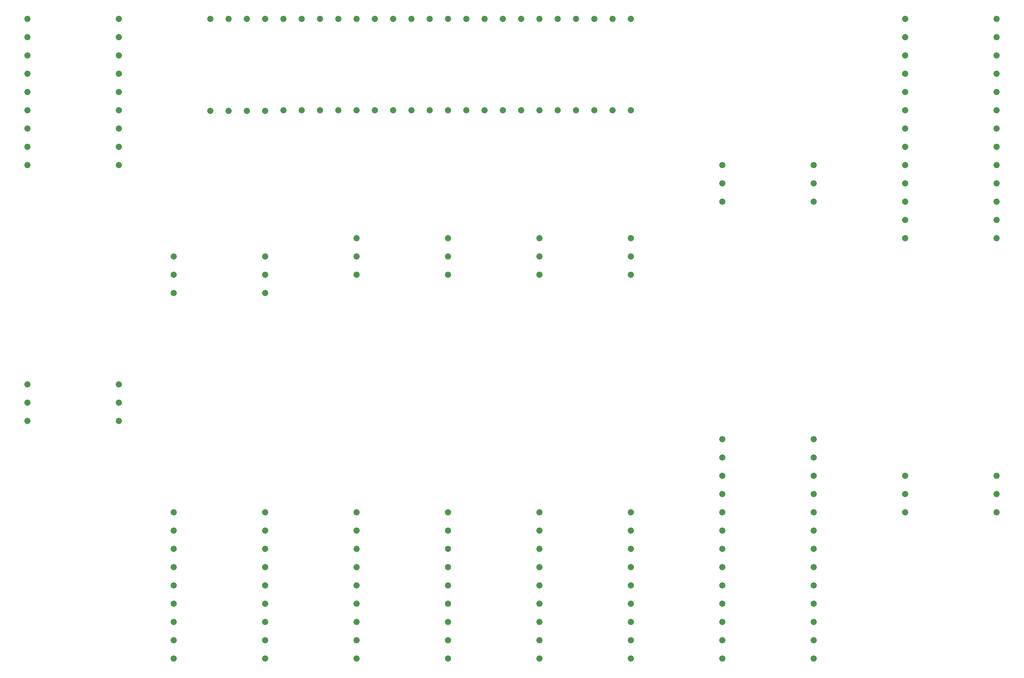
<source format=gbr>
G04 DesignSpark PCB Gerber Version 12.0 Build 5941*
G04 #@! TF.Part,Single*
G04 #@! TF.FilePolarity,Positive*
%FSLAX35Y35*%
%MOIN*%
G04 #@! TA.AperFunction,MechanicalDrill*
%ADD12C,0.03500*%
G04 #@! TD.AperFunction*
X0Y0D02*
D02*
D12*
X20250Y150250D03*
Y160250D03*
Y170250D03*
Y290250D03*
Y300250D03*
Y310250D03*
Y320250D03*
Y330250D03*
Y340250D03*
Y350250D03*
Y360250D03*
Y370250D03*
X70250Y150250D03*
Y160250D03*
Y170250D03*
Y290250D03*
Y300250D03*
Y310250D03*
Y320250D03*
Y330250D03*
Y340250D03*
Y350250D03*
Y360250D03*
Y370250D03*
X100250Y20250D03*
Y30250D03*
Y40250D03*
Y50250D03*
Y60250D03*
Y70250D03*
Y80250D03*
Y90250D03*
Y100250D03*
Y220250D03*
Y230250D03*
Y240250D03*
X120250Y320015D03*
Y370250D03*
X130250Y320015D03*
Y370250D03*
X140250Y320015D03*
Y370250D03*
X150250Y20250D03*
Y30250D03*
Y40250D03*
Y50250D03*
Y60250D03*
Y70250D03*
Y80250D03*
Y90250D03*
Y100250D03*
Y220250D03*
Y230250D03*
Y240250D03*
Y320015D03*
Y370250D03*
X160250Y320250D03*
Y370250D03*
X170250Y320250D03*
Y370250D03*
X180250Y320250D03*
Y370250D03*
X190250Y320250D03*
Y370250D03*
X200250Y20250D03*
Y30250D03*
Y40250D03*
Y50250D03*
Y60250D03*
Y70250D03*
Y80250D03*
Y90250D03*
Y100250D03*
Y230250D03*
Y240250D03*
Y250250D03*
Y320250D03*
Y370250D03*
X210250Y320250D03*
Y370250D03*
X220250Y320250D03*
Y370250D03*
X230250Y320250D03*
Y370250D03*
X240250Y320250D03*
Y370250D03*
X250250Y20250D03*
Y30250D03*
Y40250D03*
Y50250D03*
Y60250D03*
Y70250D03*
Y80250D03*
Y90250D03*
Y100250D03*
Y230250D03*
Y240250D03*
Y250250D03*
Y320250D03*
Y370250D03*
X260250Y320250D03*
Y370250D03*
X270250Y320250D03*
Y370250D03*
X280250Y320250D03*
Y370250D03*
X290250Y320250D03*
Y370250D03*
X300250Y20250D03*
Y30250D03*
Y40250D03*
Y50250D03*
Y60250D03*
Y70250D03*
Y80250D03*
Y90250D03*
Y100250D03*
Y230250D03*
Y240250D03*
Y250250D03*
Y320250D03*
Y370250D03*
X310250Y320250D03*
Y370250D03*
X320250Y320250D03*
Y370250D03*
X330250Y320250D03*
Y370250D03*
X340250Y320250D03*
Y370250D03*
X350250Y20250D03*
Y30250D03*
Y40250D03*
Y50250D03*
Y60250D03*
Y70250D03*
Y80250D03*
Y90250D03*
Y100250D03*
Y230250D03*
Y240250D03*
Y250250D03*
Y320250D03*
Y370250D03*
X400250Y20250D03*
Y30250D03*
Y40250D03*
Y50250D03*
Y60250D03*
Y70250D03*
Y80250D03*
Y90250D03*
Y100250D03*
Y110250D03*
Y120250D03*
Y130250D03*
Y140250D03*
Y270250D03*
Y280250D03*
Y290250D03*
X450250Y20250D03*
Y30250D03*
Y40250D03*
Y50250D03*
Y60250D03*
Y70250D03*
Y80250D03*
Y90250D03*
Y100250D03*
Y110250D03*
Y120250D03*
Y130250D03*
Y140250D03*
Y270250D03*
Y280250D03*
Y290250D03*
X500250Y100250D03*
Y110250D03*
Y120250D03*
Y250250D03*
Y260250D03*
Y270250D03*
Y280250D03*
Y290250D03*
Y300250D03*
Y310250D03*
Y320250D03*
Y330250D03*
Y340250D03*
Y350250D03*
Y360250D03*
Y370250D03*
X550250Y100250D03*
Y110250D03*
Y120250D03*
Y250250D03*
Y260250D03*
Y270250D03*
Y280250D03*
Y290250D03*
Y300250D03*
Y310250D03*
Y320250D03*
Y330250D03*
Y340250D03*
Y350250D03*
Y360250D03*
Y370250D03*
X0Y0D02*
M02*

</source>
